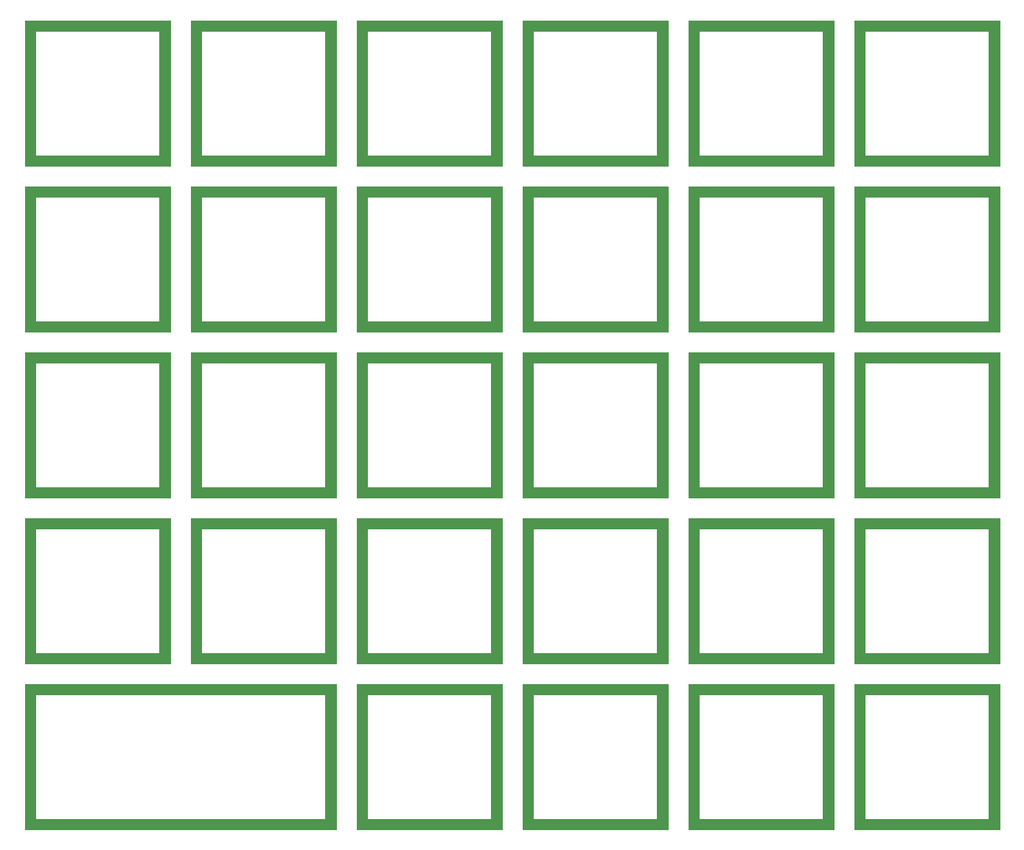
<source format=gbs>
G04 #@! TF.GenerationSoftware,KiCad,Pcbnew,(5.1.10-1-10_14)*
G04 #@! TF.CreationDate,2021-09-18T15:29:36+02:00*
G04 #@! TF.ProjectId,lumberjack-split,6c756d62-6572-46a6-9163-6b2d73706c69,rev?*
G04 #@! TF.SameCoordinates,Original*
G04 #@! TF.FileFunction,Soldermask,Bot*
G04 #@! TF.FilePolarity,Negative*
%FSLAX46Y46*%
G04 Gerber Fmt 4.6, Leading zero omitted, Abs format (unit mm)*
G04 Created by KiCad (PCBNEW (5.1.10-1-10_14)) date 2021-09-18 15:29:36*
%MOMM*%
%LPD*%
G01*
G04 APERTURE LIST*
%ADD10C,0.100000*%
G04 APERTURE END LIST*
D10*
G36*
X195262500Y-128587500D02*
G01*
X180975000Y-128587500D01*
X179784375Y-127396875D01*
X196453125Y-127396875D01*
X195262500Y-128587500D01*
G37*
X195262500Y-128587500D02*
X180975000Y-128587500D01*
X179784375Y-127396875D01*
X196453125Y-127396875D01*
X195262500Y-128587500D01*
G36*
X196453125Y-144065625D02*
G01*
X195262500Y-142875000D01*
X195262500Y-128587500D01*
X196453125Y-127396875D01*
X196453125Y-144065625D01*
G37*
X196453125Y-144065625D02*
X195262500Y-142875000D01*
X195262500Y-128587500D01*
X196453125Y-127396875D01*
X196453125Y-144065625D01*
G36*
X142875000Y-128587500D02*
G01*
X142875000Y-142875000D01*
X141684375Y-144065625D01*
X141684375Y-127396875D01*
X142875000Y-128587500D01*
G37*
X142875000Y-128587500D02*
X142875000Y-142875000D01*
X141684375Y-144065625D01*
X141684375Y-127396875D01*
X142875000Y-128587500D01*
G36*
X177403125Y-144065625D02*
G01*
X176212500Y-142875000D01*
X176212500Y-128587500D01*
X177403125Y-127396875D01*
X177403125Y-144065625D01*
G37*
X177403125Y-144065625D02*
X176212500Y-142875000D01*
X176212500Y-128587500D01*
X177403125Y-127396875D01*
X177403125Y-144065625D01*
G36*
X161925000Y-128587500D02*
G01*
X161925000Y-142875000D01*
X160734375Y-144065625D01*
X160734375Y-127396875D01*
X161925000Y-128587500D01*
G37*
X161925000Y-128587500D02*
X161925000Y-142875000D01*
X160734375Y-144065625D01*
X160734375Y-127396875D01*
X161925000Y-128587500D01*
G36*
X158353125Y-144065625D02*
G01*
X141684375Y-144065625D01*
X142875000Y-142875000D01*
X157162500Y-142875000D01*
X158353125Y-144065625D01*
G37*
X158353125Y-144065625D02*
X141684375Y-144065625D01*
X142875000Y-142875000D01*
X157162500Y-142875000D01*
X158353125Y-144065625D01*
G36*
X215503125Y-144065625D02*
G01*
X214312500Y-142875000D01*
X214312500Y-128587500D01*
X215503125Y-127396875D01*
X215503125Y-144065625D01*
G37*
X215503125Y-144065625D02*
X214312500Y-142875000D01*
X214312500Y-128587500D01*
X215503125Y-127396875D01*
X215503125Y-144065625D01*
G36*
X157162500Y-128587500D02*
G01*
X142875000Y-128587500D01*
X141684375Y-127396875D01*
X158353125Y-127396875D01*
X157162500Y-128587500D01*
G37*
X157162500Y-128587500D02*
X142875000Y-128587500D01*
X141684375Y-127396875D01*
X158353125Y-127396875D01*
X157162500Y-128587500D01*
G36*
X176212500Y-128587500D02*
G01*
X161925000Y-128587500D01*
X160734375Y-127396875D01*
X177403125Y-127396875D01*
X176212500Y-128587500D01*
G37*
X176212500Y-128587500D02*
X161925000Y-128587500D01*
X160734375Y-127396875D01*
X177403125Y-127396875D01*
X176212500Y-128587500D01*
G36*
X180975000Y-128587500D02*
G01*
X180975000Y-142875000D01*
X179784375Y-144065625D01*
X179784375Y-127396875D01*
X180975000Y-128587500D01*
G37*
X180975000Y-128587500D02*
X180975000Y-142875000D01*
X179784375Y-144065625D01*
X179784375Y-127396875D01*
X180975000Y-128587500D01*
G36*
X214312500Y-128587500D02*
G01*
X200025000Y-128587500D01*
X198834375Y-127396875D01*
X215503125Y-127396875D01*
X214312500Y-128587500D01*
G37*
X214312500Y-128587500D02*
X200025000Y-128587500D01*
X198834375Y-127396875D01*
X215503125Y-127396875D01*
X214312500Y-128587500D01*
G36*
X215503125Y-144065625D02*
G01*
X198834375Y-144065625D01*
X200025000Y-142875000D01*
X214312500Y-142875000D01*
X215503125Y-144065625D01*
G37*
X215503125Y-144065625D02*
X198834375Y-144065625D01*
X200025000Y-142875000D01*
X214312500Y-142875000D01*
X215503125Y-144065625D01*
G36*
X177403125Y-144065625D02*
G01*
X160734375Y-144065625D01*
X161925000Y-142875000D01*
X176212500Y-142875000D01*
X177403125Y-144065625D01*
G37*
X177403125Y-144065625D02*
X160734375Y-144065625D01*
X161925000Y-142875000D01*
X176212500Y-142875000D01*
X177403125Y-144065625D01*
G36*
X158353125Y-144065625D02*
G01*
X157162500Y-142875000D01*
X157162500Y-128587500D01*
X158353125Y-127396875D01*
X158353125Y-144065625D01*
G37*
X158353125Y-144065625D02*
X157162500Y-142875000D01*
X157162500Y-128587500D01*
X158353125Y-127396875D01*
X158353125Y-144065625D01*
G36*
X196453125Y-144065625D02*
G01*
X179784375Y-144065625D01*
X180975000Y-142875000D01*
X195262500Y-142875000D01*
X196453125Y-144065625D01*
G37*
X196453125Y-144065625D02*
X179784375Y-144065625D01*
X180975000Y-142875000D01*
X195262500Y-142875000D01*
X196453125Y-144065625D01*
G36*
X139303125Y-144065625D02*
G01*
X138112500Y-142875000D01*
X138112500Y-128587500D01*
X139303125Y-127396875D01*
X139303125Y-144065625D01*
G37*
X139303125Y-144065625D02*
X138112500Y-142875000D01*
X138112500Y-128587500D01*
X139303125Y-127396875D01*
X139303125Y-144065625D01*
G36*
X139303125Y-144065625D02*
G01*
X103584375Y-144065625D01*
X104775000Y-142875000D01*
X138112500Y-142875000D01*
X139303125Y-144065625D01*
G37*
X139303125Y-144065625D02*
X103584375Y-144065625D01*
X104775000Y-142875000D01*
X138112500Y-142875000D01*
X139303125Y-144065625D01*
G36*
X104775000Y-128587500D02*
G01*
X104775000Y-142875000D01*
X103584375Y-144065625D01*
X103584375Y-127396875D01*
X104775000Y-128587500D01*
G37*
X104775000Y-128587500D02*
X104775000Y-142875000D01*
X103584375Y-144065625D01*
X103584375Y-127396875D01*
X104775000Y-128587500D01*
G36*
X200025000Y-128587500D02*
G01*
X200025000Y-142875000D01*
X198834375Y-144065625D01*
X198834375Y-127396875D01*
X200025000Y-128587500D01*
G37*
X200025000Y-128587500D02*
X200025000Y-142875000D01*
X198834375Y-144065625D01*
X198834375Y-127396875D01*
X200025000Y-128587500D01*
G36*
X138112500Y-128587500D02*
G01*
X104775000Y-128587500D01*
X103584375Y-127396875D01*
X139303125Y-127396875D01*
X138112500Y-128587500D01*
G37*
X138112500Y-128587500D02*
X104775000Y-128587500D01*
X103584375Y-127396875D01*
X139303125Y-127396875D01*
X138112500Y-128587500D01*
G36*
X195262500Y-109537500D02*
G01*
X180975000Y-109537500D01*
X179784375Y-108346875D01*
X196453125Y-108346875D01*
X195262500Y-109537500D01*
G37*
X195262500Y-109537500D02*
X180975000Y-109537500D01*
X179784375Y-108346875D01*
X196453125Y-108346875D01*
X195262500Y-109537500D01*
G36*
X196453125Y-125015625D02*
G01*
X195262500Y-123825000D01*
X195262500Y-109537500D01*
X196453125Y-108346875D01*
X196453125Y-125015625D01*
G37*
X196453125Y-125015625D02*
X195262500Y-123825000D01*
X195262500Y-109537500D01*
X196453125Y-108346875D01*
X196453125Y-125015625D01*
G36*
X142875000Y-109537500D02*
G01*
X142875000Y-123825000D01*
X141684375Y-125015625D01*
X141684375Y-108346875D01*
X142875000Y-109537500D01*
G37*
X142875000Y-109537500D02*
X142875000Y-123825000D01*
X141684375Y-125015625D01*
X141684375Y-108346875D01*
X142875000Y-109537500D01*
G36*
X177403125Y-125015625D02*
G01*
X176212500Y-123825000D01*
X176212500Y-109537500D01*
X177403125Y-108346875D01*
X177403125Y-125015625D01*
G37*
X177403125Y-125015625D02*
X176212500Y-123825000D01*
X176212500Y-109537500D01*
X177403125Y-108346875D01*
X177403125Y-125015625D01*
G36*
X161925000Y-109537500D02*
G01*
X161925000Y-123825000D01*
X160734375Y-125015625D01*
X160734375Y-108346875D01*
X161925000Y-109537500D01*
G37*
X161925000Y-109537500D02*
X161925000Y-123825000D01*
X160734375Y-125015625D01*
X160734375Y-108346875D01*
X161925000Y-109537500D01*
G36*
X158353125Y-125015625D02*
G01*
X141684375Y-125015625D01*
X142875000Y-123825000D01*
X157162500Y-123825000D01*
X158353125Y-125015625D01*
G37*
X158353125Y-125015625D02*
X141684375Y-125015625D01*
X142875000Y-123825000D01*
X157162500Y-123825000D01*
X158353125Y-125015625D01*
G36*
X123825000Y-109537500D02*
G01*
X123825000Y-123825000D01*
X122634375Y-125015625D01*
X122634375Y-108346875D01*
X123825000Y-109537500D01*
G37*
X123825000Y-109537500D02*
X123825000Y-123825000D01*
X122634375Y-125015625D01*
X122634375Y-108346875D01*
X123825000Y-109537500D01*
G36*
X138112500Y-109537500D02*
G01*
X123825000Y-109537500D01*
X122634375Y-108346875D01*
X139303125Y-108346875D01*
X138112500Y-109537500D01*
G37*
X138112500Y-109537500D02*
X123825000Y-109537500D01*
X122634375Y-108346875D01*
X139303125Y-108346875D01*
X138112500Y-109537500D01*
G36*
X215503125Y-125015625D02*
G01*
X214312500Y-123825000D01*
X214312500Y-109537500D01*
X215503125Y-108346875D01*
X215503125Y-125015625D01*
G37*
X215503125Y-125015625D02*
X214312500Y-123825000D01*
X214312500Y-109537500D01*
X215503125Y-108346875D01*
X215503125Y-125015625D01*
G36*
X157162500Y-109537500D02*
G01*
X142875000Y-109537500D01*
X141684375Y-108346875D01*
X158353125Y-108346875D01*
X157162500Y-109537500D01*
G37*
X157162500Y-109537500D02*
X142875000Y-109537500D01*
X141684375Y-108346875D01*
X158353125Y-108346875D01*
X157162500Y-109537500D01*
G36*
X176212500Y-109537500D02*
G01*
X161925000Y-109537500D01*
X160734375Y-108346875D01*
X177403125Y-108346875D01*
X176212500Y-109537500D01*
G37*
X176212500Y-109537500D02*
X161925000Y-109537500D01*
X160734375Y-108346875D01*
X177403125Y-108346875D01*
X176212500Y-109537500D01*
G36*
X180975000Y-109537500D02*
G01*
X180975000Y-123825000D01*
X179784375Y-125015625D01*
X179784375Y-108346875D01*
X180975000Y-109537500D01*
G37*
X180975000Y-109537500D02*
X180975000Y-123825000D01*
X179784375Y-125015625D01*
X179784375Y-108346875D01*
X180975000Y-109537500D01*
G36*
X214312500Y-109537500D02*
G01*
X200025000Y-109537500D01*
X198834375Y-108346875D01*
X215503125Y-108346875D01*
X214312500Y-109537500D01*
G37*
X214312500Y-109537500D02*
X200025000Y-109537500D01*
X198834375Y-108346875D01*
X215503125Y-108346875D01*
X214312500Y-109537500D01*
G36*
X215503125Y-125015625D02*
G01*
X198834375Y-125015625D01*
X200025000Y-123825000D01*
X214312500Y-123825000D01*
X215503125Y-125015625D01*
G37*
X215503125Y-125015625D02*
X198834375Y-125015625D01*
X200025000Y-123825000D01*
X214312500Y-123825000D01*
X215503125Y-125015625D01*
G36*
X177403125Y-125015625D02*
G01*
X160734375Y-125015625D01*
X161925000Y-123825000D01*
X176212500Y-123825000D01*
X177403125Y-125015625D01*
G37*
X177403125Y-125015625D02*
X160734375Y-125015625D01*
X161925000Y-123825000D01*
X176212500Y-123825000D01*
X177403125Y-125015625D01*
G36*
X158353125Y-125015625D02*
G01*
X157162500Y-123825000D01*
X157162500Y-109537500D01*
X158353125Y-108346875D01*
X158353125Y-125015625D01*
G37*
X158353125Y-125015625D02*
X157162500Y-123825000D01*
X157162500Y-109537500D01*
X158353125Y-108346875D01*
X158353125Y-125015625D01*
G36*
X196453125Y-125015625D02*
G01*
X179784375Y-125015625D01*
X180975000Y-123825000D01*
X195262500Y-123825000D01*
X196453125Y-125015625D01*
G37*
X196453125Y-125015625D02*
X179784375Y-125015625D01*
X180975000Y-123825000D01*
X195262500Y-123825000D01*
X196453125Y-125015625D01*
G36*
X139303125Y-125015625D02*
G01*
X122634375Y-125015625D01*
X123825000Y-123825000D01*
X138112500Y-123825000D01*
X139303125Y-125015625D01*
G37*
X139303125Y-125015625D02*
X122634375Y-125015625D01*
X123825000Y-123825000D01*
X138112500Y-123825000D01*
X139303125Y-125015625D01*
G36*
X139303125Y-125015625D02*
G01*
X138112500Y-123825000D01*
X138112500Y-109537500D01*
X139303125Y-108346875D01*
X139303125Y-125015625D01*
G37*
X139303125Y-125015625D02*
X138112500Y-123825000D01*
X138112500Y-109537500D01*
X139303125Y-108346875D01*
X139303125Y-125015625D01*
G36*
X120253125Y-125015625D02*
G01*
X103584375Y-125015625D01*
X104775000Y-123825000D01*
X119062500Y-123825000D01*
X120253125Y-125015625D01*
G37*
X120253125Y-125015625D02*
X103584375Y-125015625D01*
X104775000Y-123825000D01*
X119062500Y-123825000D01*
X120253125Y-125015625D01*
G36*
X104775000Y-109537500D02*
G01*
X104775000Y-123825000D01*
X103584375Y-125015625D01*
X103584375Y-108346875D01*
X104775000Y-109537500D01*
G37*
X104775000Y-109537500D02*
X104775000Y-123825000D01*
X103584375Y-125015625D01*
X103584375Y-108346875D01*
X104775000Y-109537500D01*
G36*
X200025000Y-109537500D02*
G01*
X200025000Y-123825000D01*
X198834375Y-125015625D01*
X198834375Y-108346875D01*
X200025000Y-109537500D01*
G37*
X200025000Y-109537500D02*
X200025000Y-123825000D01*
X198834375Y-125015625D01*
X198834375Y-108346875D01*
X200025000Y-109537500D01*
G36*
X120253125Y-125015625D02*
G01*
X119062500Y-123825000D01*
X119062500Y-109537500D01*
X120253125Y-108346875D01*
X120253125Y-125015625D01*
G37*
X120253125Y-125015625D02*
X119062500Y-123825000D01*
X119062500Y-109537500D01*
X120253125Y-108346875D01*
X120253125Y-125015625D01*
G36*
X119062500Y-109537500D02*
G01*
X104775000Y-109537500D01*
X103584375Y-108346875D01*
X120253125Y-108346875D01*
X119062500Y-109537500D01*
G37*
X119062500Y-109537500D02*
X104775000Y-109537500D01*
X103584375Y-108346875D01*
X120253125Y-108346875D01*
X119062500Y-109537500D01*
G36*
X195262500Y-90487500D02*
G01*
X180975000Y-90487500D01*
X179784375Y-89296875D01*
X196453125Y-89296875D01*
X195262500Y-90487500D01*
G37*
X195262500Y-90487500D02*
X180975000Y-90487500D01*
X179784375Y-89296875D01*
X196453125Y-89296875D01*
X195262500Y-90487500D01*
G36*
X196453125Y-105965625D02*
G01*
X195262500Y-104775000D01*
X195262500Y-90487500D01*
X196453125Y-89296875D01*
X196453125Y-105965625D01*
G37*
X196453125Y-105965625D02*
X195262500Y-104775000D01*
X195262500Y-90487500D01*
X196453125Y-89296875D01*
X196453125Y-105965625D01*
G36*
X142875000Y-90487500D02*
G01*
X142875000Y-104775000D01*
X141684375Y-105965625D01*
X141684375Y-89296875D01*
X142875000Y-90487500D01*
G37*
X142875000Y-90487500D02*
X142875000Y-104775000D01*
X141684375Y-105965625D01*
X141684375Y-89296875D01*
X142875000Y-90487500D01*
G36*
X177403125Y-105965625D02*
G01*
X176212500Y-104775000D01*
X176212500Y-90487500D01*
X177403125Y-89296875D01*
X177403125Y-105965625D01*
G37*
X177403125Y-105965625D02*
X176212500Y-104775000D01*
X176212500Y-90487500D01*
X177403125Y-89296875D01*
X177403125Y-105965625D01*
G36*
X161925000Y-90487500D02*
G01*
X161925000Y-104775000D01*
X160734375Y-105965625D01*
X160734375Y-89296875D01*
X161925000Y-90487500D01*
G37*
X161925000Y-90487500D02*
X161925000Y-104775000D01*
X160734375Y-105965625D01*
X160734375Y-89296875D01*
X161925000Y-90487500D01*
G36*
X158353125Y-105965625D02*
G01*
X141684375Y-105965625D01*
X142875000Y-104775000D01*
X157162500Y-104775000D01*
X158353125Y-105965625D01*
G37*
X158353125Y-105965625D02*
X141684375Y-105965625D01*
X142875000Y-104775000D01*
X157162500Y-104775000D01*
X158353125Y-105965625D01*
G36*
X123825000Y-90487500D02*
G01*
X123825000Y-104775000D01*
X122634375Y-105965625D01*
X122634375Y-89296875D01*
X123825000Y-90487500D01*
G37*
X123825000Y-90487500D02*
X123825000Y-104775000D01*
X122634375Y-105965625D01*
X122634375Y-89296875D01*
X123825000Y-90487500D01*
G36*
X138112500Y-90487500D02*
G01*
X123825000Y-90487500D01*
X122634375Y-89296875D01*
X139303125Y-89296875D01*
X138112500Y-90487500D01*
G37*
X138112500Y-90487500D02*
X123825000Y-90487500D01*
X122634375Y-89296875D01*
X139303125Y-89296875D01*
X138112500Y-90487500D01*
G36*
X215503125Y-105965625D02*
G01*
X214312500Y-104775000D01*
X214312500Y-90487500D01*
X215503125Y-89296875D01*
X215503125Y-105965625D01*
G37*
X215503125Y-105965625D02*
X214312500Y-104775000D01*
X214312500Y-90487500D01*
X215503125Y-89296875D01*
X215503125Y-105965625D01*
G36*
X157162500Y-90487500D02*
G01*
X142875000Y-90487500D01*
X141684375Y-89296875D01*
X158353125Y-89296875D01*
X157162500Y-90487500D01*
G37*
X157162500Y-90487500D02*
X142875000Y-90487500D01*
X141684375Y-89296875D01*
X158353125Y-89296875D01*
X157162500Y-90487500D01*
G36*
X176212500Y-90487500D02*
G01*
X161925000Y-90487500D01*
X160734375Y-89296875D01*
X177403125Y-89296875D01*
X176212500Y-90487500D01*
G37*
X176212500Y-90487500D02*
X161925000Y-90487500D01*
X160734375Y-89296875D01*
X177403125Y-89296875D01*
X176212500Y-90487500D01*
G36*
X180975000Y-90487500D02*
G01*
X180975000Y-104775000D01*
X179784375Y-105965625D01*
X179784375Y-89296875D01*
X180975000Y-90487500D01*
G37*
X180975000Y-90487500D02*
X180975000Y-104775000D01*
X179784375Y-105965625D01*
X179784375Y-89296875D01*
X180975000Y-90487500D01*
G36*
X214312500Y-90487500D02*
G01*
X200025000Y-90487500D01*
X198834375Y-89296875D01*
X215503125Y-89296875D01*
X214312500Y-90487500D01*
G37*
X214312500Y-90487500D02*
X200025000Y-90487500D01*
X198834375Y-89296875D01*
X215503125Y-89296875D01*
X214312500Y-90487500D01*
G36*
X215503125Y-105965625D02*
G01*
X198834375Y-105965625D01*
X200025000Y-104775000D01*
X214312500Y-104775000D01*
X215503125Y-105965625D01*
G37*
X215503125Y-105965625D02*
X198834375Y-105965625D01*
X200025000Y-104775000D01*
X214312500Y-104775000D01*
X215503125Y-105965625D01*
G36*
X177403125Y-105965625D02*
G01*
X160734375Y-105965625D01*
X161925000Y-104775000D01*
X176212500Y-104775000D01*
X177403125Y-105965625D01*
G37*
X177403125Y-105965625D02*
X160734375Y-105965625D01*
X161925000Y-104775000D01*
X176212500Y-104775000D01*
X177403125Y-105965625D01*
G36*
X158353125Y-105965625D02*
G01*
X157162500Y-104775000D01*
X157162500Y-90487500D01*
X158353125Y-89296875D01*
X158353125Y-105965625D01*
G37*
X158353125Y-105965625D02*
X157162500Y-104775000D01*
X157162500Y-90487500D01*
X158353125Y-89296875D01*
X158353125Y-105965625D01*
G36*
X196453125Y-105965625D02*
G01*
X179784375Y-105965625D01*
X180975000Y-104775000D01*
X195262500Y-104775000D01*
X196453125Y-105965625D01*
G37*
X196453125Y-105965625D02*
X179784375Y-105965625D01*
X180975000Y-104775000D01*
X195262500Y-104775000D01*
X196453125Y-105965625D01*
G36*
X139303125Y-105965625D02*
G01*
X122634375Y-105965625D01*
X123825000Y-104775000D01*
X138112500Y-104775000D01*
X139303125Y-105965625D01*
G37*
X139303125Y-105965625D02*
X122634375Y-105965625D01*
X123825000Y-104775000D01*
X138112500Y-104775000D01*
X139303125Y-105965625D01*
G36*
X139303125Y-105965625D02*
G01*
X138112500Y-104775000D01*
X138112500Y-90487500D01*
X139303125Y-89296875D01*
X139303125Y-105965625D01*
G37*
X139303125Y-105965625D02*
X138112500Y-104775000D01*
X138112500Y-90487500D01*
X139303125Y-89296875D01*
X139303125Y-105965625D01*
G36*
X120253125Y-105965625D02*
G01*
X103584375Y-105965625D01*
X104775000Y-104775000D01*
X119062500Y-104775000D01*
X120253125Y-105965625D01*
G37*
X120253125Y-105965625D02*
X103584375Y-105965625D01*
X104775000Y-104775000D01*
X119062500Y-104775000D01*
X120253125Y-105965625D01*
G36*
X104775000Y-90487500D02*
G01*
X104775000Y-104775000D01*
X103584375Y-105965625D01*
X103584375Y-89296875D01*
X104775000Y-90487500D01*
G37*
X104775000Y-90487500D02*
X104775000Y-104775000D01*
X103584375Y-105965625D01*
X103584375Y-89296875D01*
X104775000Y-90487500D01*
G36*
X200025000Y-90487500D02*
G01*
X200025000Y-104775000D01*
X198834375Y-105965625D01*
X198834375Y-89296875D01*
X200025000Y-90487500D01*
G37*
X200025000Y-90487500D02*
X200025000Y-104775000D01*
X198834375Y-105965625D01*
X198834375Y-89296875D01*
X200025000Y-90487500D01*
G36*
X120253125Y-105965625D02*
G01*
X119062500Y-104775000D01*
X119062500Y-90487500D01*
X120253125Y-89296875D01*
X120253125Y-105965625D01*
G37*
X120253125Y-105965625D02*
X119062500Y-104775000D01*
X119062500Y-90487500D01*
X120253125Y-89296875D01*
X120253125Y-105965625D01*
G36*
X119062500Y-90487500D02*
G01*
X104775000Y-90487500D01*
X103584375Y-89296875D01*
X120253125Y-89296875D01*
X119062500Y-90487500D01*
G37*
X119062500Y-90487500D02*
X104775000Y-90487500D01*
X103584375Y-89296875D01*
X120253125Y-89296875D01*
X119062500Y-90487500D01*
G36*
X195262500Y-71437500D02*
G01*
X180975000Y-71437500D01*
X179784375Y-70246875D01*
X196453125Y-70246875D01*
X195262500Y-71437500D01*
G37*
X195262500Y-71437500D02*
X180975000Y-71437500D01*
X179784375Y-70246875D01*
X196453125Y-70246875D01*
X195262500Y-71437500D01*
G36*
X196453125Y-86915625D02*
G01*
X195262500Y-85725000D01*
X195262500Y-71437500D01*
X196453125Y-70246875D01*
X196453125Y-86915625D01*
G37*
X196453125Y-86915625D02*
X195262500Y-85725000D01*
X195262500Y-71437500D01*
X196453125Y-70246875D01*
X196453125Y-86915625D01*
G36*
X142875000Y-71437500D02*
G01*
X142875000Y-85725000D01*
X141684375Y-86915625D01*
X141684375Y-70246875D01*
X142875000Y-71437500D01*
G37*
X142875000Y-71437500D02*
X142875000Y-85725000D01*
X141684375Y-86915625D01*
X141684375Y-70246875D01*
X142875000Y-71437500D01*
G36*
X177403125Y-86915625D02*
G01*
X176212500Y-85725000D01*
X176212500Y-71437500D01*
X177403125Y-70246875D01*
X177403125Y-86915625D01*
G37*
X177403125Y-86915625D02*
X176212500Y-85725000D01*
X176212500Y-71437500D01*
X177403125Y-70246875D01*
X177403125Y-86915625D01*
G36*
X161925000Y-71437500D02*
G01*
X161925000Y-85725000D01*
X160734375Y-86915625D01*
X160734375Y-70246875D01*
X161925000Y-71437500D01*
G37*
X161925000Y-71437500D02*
X161925000Y-85725000D01*
X160734375Y-86915625D01*
X160734375Y-70246875D01*
X161925000Y-71437500D01*
G36*
X158353125Y-86915625D02*
G01*
X141684375Y-86915625D01*
X142875000Y-85725000D01*
X157162500Y-85725000D01*
X158353125Y-86915625D01*
G37*
X158353125Y-86915625D02*
X141684375Y-86915625D01*
X142875000Y-85725000D01*
X157162500Y-85725000D01*
X158353125Y-86915625D01*
G36*
X123825000Y-71437500D02*
G01*
X123825000Y-85725000D01*
X122634375Y-86915625D01*
X122634375Y-70246875D01*
X123825000Y-71437500D01*
G37*
X123825000Y-71437500D02*
X123825000Y-85725000D01*
X122634375Y-86915625D01*
X122634375Y-70246875D01*
X123825000Y-71437500D01*
G36*
X138112500Y-71437500D02*
G01*
X123825000Y-71437500D01*
X122634375Y-70246875D01*
X139303125Y-70246875D01*
X138112500Y-71437500D01*
G37*
X138112500Y-71437500D02*
X123825000Y-71437500D01*
X122634375Y-70246875D01*
X139303125Y-70246875D01*
X138112500Y-71437500D01*
G36*
X215503125Y-86915625D02*
G01*
X214312500Y-85725000D01*
X214312500Y-71437500D01*
X215503125Y-70246875D01*
X215503125Y-86915625D01*
G37*
X215503125Y-86915625D02*
X214312500Y-85725000D01*
X214312500Y-71437500D01*
X215503125Y-70246875D01*
X215503125Y-86915625D01*
G36*
X157162500Y-71437500D02*
G01*
X142875000Y-71437500D01*
X141684375Y-70246875D01*
X158353125Y-70246875D01*
X157162500Y-71437500D01*
G37*
X157162500Y-71437500D02*
X142875000Y-71437500D01*
X141684375Y-70246875D01*
X158353125Y-70246875D01*
X157162500Y-71437500D01*
G36*
X176212500Y-71437500D02*
G01*
X161925000Y-71437500D01*
X160734375Y-70246875D01*
X177403125Y-70246875D01*
X176212500Y-71437500D01*
G37*
X176212500Y-71437500D02*
X161925000Y-71437500D01*
X160734375Y-70246875D01*
X177403125Y-70246875D01*
X176212500Y-71437500D01*
G36*
X180975000Y-71437500D02*
G01*
X180975000Y-85725000D01*
X179784375Y-86915625D01*
X179784375Y-70246875D01*
X180975000Y-71437500D01*
G37*
X180975000Y-71437500D02*
X180975000Y-85725000D01*
X179784375Y-86915625D01*
X179784375Y-70246875D01*
X180975000Y-71437500D01*
G36*
X214312500Y-71437500D02*
G01*
X200025000Y-71437500D01*
X198834375Y-70246875D01*
X215503125Y-70246875D01*
X214312500Y-71437500D01*
G37*
X214312500Y-71437500D02*
X200025000Y-71437500D01*
X198834375Y-70246875D01*
X215503125Y-70246875D01*
X214312500Y-71437500D01*
G36*
X215503125Y-86915625D02*
G01*
X198834375Y-86915625D01*
X200025000Y-85725000D01*
X214312500Y-85725000D01*
X215503125Y-86915625D01*
G37*
X215503125Y-86915625D02*
X198834375Y-86915625D01*
X200025000Y-85725000D01*
X214312500Y-85725000D01*
X215503125Y-86915625D01*
G36*
X177403125Y-86915625D02*
G01*
X160734375Y-86915625D01*
X161925000Y-85725000D01*
X176212500Y-85725000D01*
X177403125Y-86915625D01*
G37*
X177403125Y-86915625D02*
X160734375Y-86915625D01*
X161925000Y-85725000D01*
X176212500Y-85725000D01*
X177403125Y-86915625D01*
G36*
X158353125Y-86915625D02*
G01*
X157162500Y-85725000D01*
X157162500Y-71437500D01*
X158353125Y-70246875D01*
X158353125Y-86915625D01*
G37*
X158353125Y-86915625D02*
X157162500Y-85725000D01*
X157162500Y-71437500D01*
X158353125Y-70246875D01*
X158353125Y-86915625D01*
G36*
X196453125Y-86915625D02*
G01*
X179784375Y-86915625D01*
X180975000Y-85725000D01*
X195262500Y-85725000D01*
X196453125Y-86915625D01*
G37*
X196453125Y-86915625D02*
X179784375Y-86915625D01*
X180975000Y-85725000D01*
X195262500Y-85725000D01*
X196453125Y-86915625D01*
G36*
X139303125Y-86915625D02*
G01*
X122634375Y-86915625D01*
X123825000Y-85725000D01*
X138112500Y-85725000D01*
X139303125Y-86915625D01*
G37*
X139303125Y-86915625D02*
X122634375Y-86915625D01*
X123825000Y-85725000D01*
X138112500Y-85725000D01*
X139303125Y-86915625D01*
G36*
X139303125Y-86915625D02*
G01*
X138112500Y-85725000D01*
X138112500Y-71437500D01*
X139303125Y-70246875D01*
X139303125Y-86915625D01*
G37*
X139303125Y-86915625D02*
X138112500Y-85725000D01*
X138112500Y-71437500D01*
X139303125Y-70246875D01*
X139303125Y-86915625D01*
G36*
X120253125Y-86915625D02*
G01*
X103584375Y-86915625D01*
X104775000Y-85725000D01*
X119062500Y-85725000D01*
X120253125Y-86915625D01*
G37*
X120253125Y-86915625D02*
X103584375Y-86915625D01*
X104775000Y-85725000D01*
X119062500Y-85725000D01*
X120253125Y-86915625D01*
G36*
X104775000Y-71437500D02*
G01*
X104775000Y-85725000D01*
X103584375Y-86915625D01*
X103584375Y-70246875D01*
X104775000Y-71437500D01*
G37*
X104775000Y-71437500D02*
X104775000Y-85725000D01*
X103584375Y-86915625D01*
X103584375Y-70246875D01*
X104775000Y-71437500D01*
G36*
X200025000Y-71437500D02*
G01*
X200025000Y-85725000D01*
X198834375Y-86915625D01*
X198834375Y-70246875D01*
X200025000Y-71437500D01*
G37*
X200025000Y-71437500D02*
X200025000Y-85725000D01*
X198834375Y-86915625D01*
X198834375Y-70246875D01*
X200025000Y-71437500D01*
G36*
X120253125Y-86915625D02*
G01*
X119062500Y-85725000D01*
X119062500Y-71437500D01*
X120253125Y-70246875D01*
X120253125Y-86915625D01*
G37*
X120253125Y-86915625D02*
X119062500Y-85725000D01*
X119062500Y-71437500D01*
X120253125Y-70246875D01*
X120253125Y-86915625D01*
G36*
X119062500Y-71437500D02*
G01*
X104775000Y-71437500D01*
X103584375Y-70246875D01*
X120253125Y-70246875D01*
X119062500Y-71437500D01*
G37*
X119062500Y-71437500D02*
X104775000Y-71437500D01*
X103584375Y-70246875D01*
X120253125Y-70246875D01*
X119062500Y-71437500D01*
G36*
X200025000Y-52387500D02*
G01*
X200025000Y-66675000D01*
X198834375Y-67865625D01*
X198834375Y-51196875D01*
X200025000Y-52387500D01*
G37*
X200025000Y-52387500D02*
X200025000Y-66675000D01*
X198834375Y-67865625D01*
X198834375Y-51196875D01*
X200025000Y-52387500D01*
G36*
X214312500Y-52387500D02*
G01*
X200025000Y-52387500D01*
X198834375Y-51196875D01*
X215503125Y-51196875D01*
X214312500Y-52387500D01*
G37*
X214312500Y-52387500D02*
X200025000Y-52387500D01*
X198834375Y-51196875D01*
X215503125Y-51196875D01*
X214312500Y-52387500D01*
G36*
X215503125Y-67865625D02*
G01*
X198834375Y-67865625D01*
X200025000Y-66675000D01*
X214312500Y-66675000D01*
X215503125Y-67865625D01*
G37*
X215503125Y-67865625D02*
X198834375Y-67865625D01*
X200025000Y-66675000D01*
X214312500Y-66675000D01*
X215503125Y-67865625D01*
G36*
X215503125Y-67865625D02*
G01*
X214312500Y-66675000D01*
X214312500Y-52387500D01*
X215503125Y-51196875D01*
X215503125Y-67865625D01*
G37*
X215503125Y-67865625D02*
X214312500Y-66675000D01*
X214312500Y-52387500D01*
X215503125Y-51196875D01*
X215503125Y-67865625D01*
G36*
X180975000Y-52387500D02*
G01*
X180975000Y-66675000D01*
X179784375Y-67865625D01*
X179784375Y-51196875D01*
X180975000Y-52387500D01*
G37*
X180975000Y-52387500D02*
X180975000Y-66675000D01*
X179784375Y-67865625D01*
X179784375Y-51196875D01*
X180975000Y-52387500D01*
G36*
X195262500Y-52387500D02*
G01*
X180975000Y-52387500D01*
X179784375Y-51196875D01*
X196453125Y-51196875D01*
X195262500Y-52387500D01*
G37*
X195262500Y-52387500D02*
X180975000Y-52387500D01*
X179784375Y-51196875D01*
X196453125Y-51196875D01*
X195262500Y-52387500D01*
G36*
X196453125Y-67865625D02*
G01*
X179784375Y-67865625D01*
X180975000Y-66675000D01*
X195262500Y-66675000D01*
X196453125Y-67865625D01*
G37*
X196453125Y-67865625D02*
X179784375Y-67865625D01*
X180975000Y-66675000D01*
X195262500Y-66675000D01*
X196453125Y-67865625D01*
G36*
X196453125Y-67865625D02*
G01*
X195262500Y-66675000D01*
X195262500Y-52387500D01*
X196453125Y-51196875D01*
X196453125Y-67865625D01*
G37*
X196453125Y-67865625D02*
X195262500Y-66675000D01*
X195262500Y-52387500D01*
X196453125Y-51196875D01*
X196453125Y-67865625D01*
G36*
X161925000Y-52387500D02*
G01*
X161925000Y-66675000D01*
X160734375Y-67865625D01*
X160734375Y-51196875D01*
X161925000Y-52387500D01*
G37*
X161925000Y-52387500D02*
X161925000Y-66675000D01*
X160734375Y-67865625D01*
X160734375Y-51196875D01*
X161925000Y-52387500D01*
G36*
X176212500Y-52387500D02*
G01*
X161925000Y-52387500D01*
X160734375Y-51196875D01*
X177403125Y-51196875D01*
X176212500Y-52387500D01*
G37*
X176212500Y-52387500D02*
X161925000Y-52387500D01*
X160734375Y-51196875D01*
X177403125Y-51196875D01*
X176212500Y-52387500D01*
G36*
X177403125Y-67865625D02*
G01*
X160734375Y-67865625D01*
X161925000Y-66675000D01*
X176212500Y-66675000D01*
X177403125Y-67865625D01*
G37*
X177403125Y-67865625D02*
X160734375Y-67865625D01*
X161925000Y-66675000D01*
X176212500Y-66675000D01*
X177403125Y-67865625D01*
G36*
X177403125Y-67865625D02*
G01*
X176212500Y-66675000D01*
X176212500Y-52387500D01*
X177403125Y-51196875D01*
X177403125Y-67865625D01*
G37*
X177403125Y-67865625D02*
X176212500Y-66675000D01*
X176212500Y-52387500D01*
X177403125Y-51196875D01*
X177403125Y-67865625D01*
G36*
X142875000Y-52387500D02*
G01*
X142875000Y-66675000D01*
X141684375Y-67865625D01*
X141684375Y-51196875D01*
X142875000Y-52387500D01*
G37*
X142875000Y-52387500D02*
X142875000Y-66675000D01*
X141684375Y-67865625D01*
X141684375Y-51196875D01*
X142875000Y-52387500D01*
G36*
X157162500Y-52387500D02*
G01*
X142875000Y-52387500D01*
X141684375Y-51196875D01*
X158353125Y-51196875D01*
X157162500Y-52387500D01*
G37*
X157162500Y-52387500D02*
X142875000Y-52387500D01*
X141684375Y-51196875D01*
X158353125Y-51196875D01*
X157162500Y-52387500D01*
G36*
X158353125Y-67865625D02*
G01*
X141684375Y-67865625D01*
X142875000Y-66675000D01*
X157162500Y-66675000D01*
X158353125Y-67865625D01*
G37*
X158353125Y-67865625D02*
X141684375Y-67865625D01*
X142875000Y-66675000D01*
X157162500Y-66675000D01*
X158353125Y-67865625D01*
G36*
X158353125Y-67865625D02*
G01*
X157162500Y-66675000D01*
X157162500Y-52387500D01*
X158353125Y-51196875D01*
X158353125Y-67865625D01*
G37*
X158353125Y-67865625D02*
X157162500Y-66675000D01*
X157162500Y-52387500D01*
X158353125Y-51196875D01*
X158353125Y-67865625D01*
G36*
X123825000Y-52387500D02*
G01*
X123825000Y-66675000D01*
X122634375Y-67865625D01*
X122634375Y-51196875D01*
X123825000Y-52387500D01*
G37*
X123825000Y-52387500D02*
X123825000Y-66675000D01*
X122634375Y-67865625D01*
X122634375Y-51196875D01*
X123825000Y-52387500D01*
G36*
X138112500Y-52387500D02*
G01*
X123825000Y-52387500D01*
X122634375Y-51196875D01*
X139303125Y-51196875D01*
X138112500Y-52387500D01*
G37*
X138112500Y-52387500D02*
X123825000Y-52387500D01*
X122634375Y-51196875D01*
X139303125Y-51196875D01*
X138112500Y-52387500D01*
G36*
X139303125Y-67865625D02*
G01*
X122634375Y-67865625D01*
X123825000Y-66675000D01*
X138112500Y-66675000D01*
X139303125Y-67865625D01*
G37*
X139303125Y-67865625D02*
X122634375Y-67865625D01*
X123825000Y-66675000D01*
X138112500Y-66675000D01*
X139303125Y-67865625D01*
G36*
X139303125Y-67865625D02*
G01*
X138112500Y-66675000D01*
X138112500Y-52387500D01*
X139303125Y-51196875D01*
X139303125Y-67865625D01*
G37*
X139303125Y-67865625D02*
X138112500Y-66675000D01*
X138112500Y-52387500D01*
X139303125Y-51196875D01*
X139303125Y-67865625D01*
G36*
X104775000Y-52387500D02*
G01*
X104775000Y-66675000D01*
X103584375Y-67865625D01*
X103584375Y-51196875D01*
X104775000Y-52387500D01*
G37*
X104775000Y-52387500D02*
X104775000Y-66675000D01*
X103584375Y-67865625D01*
X103584375Y-51196875D01*
X104775000Y-52387500D01*
G36*
X119062500Y-52387500D02*
G01*
X104775000Y-52387500D01*
X103584375Y-51196875D01*
X120253125Y-51196875D01*
X119062500Y-52387500D01*
G37*
X119062500Y-52387500D02*
X104775000Y-52387500D01*
X103584375Y-51196875D01*
X120253125Y-51196875D01*
X119062500Y-52387500D01*
G36*
X120253125Y-67865625D02*
G01*
X103584375Y-67865625D01*
X104775000Y-66675000D01*
X119062500Y-66675000D01*
X120253125Y-67865625D01*
G37*
X120253125Y-67865625D02*
X103584375Y-67865625D01*
X104775000Y-66675000D01*
X119062500Y-66675000D01*
X120253125Y-67865625D01*
G36*
X120253125Y-67865625D02*
G01*
X119062500Y-66675000D01*
X119062500Y-52387500D01*
X120253125Y-51196875D01*
X120253125Y-67865625D01*
G37*
X120253125Y-67865625D02*
X119062500Y-66675000D01*
X119062500Y-52387500D01*
X120253125Y-51196875D01*
X120253125Y-67865625D01*
M02*

</source>
